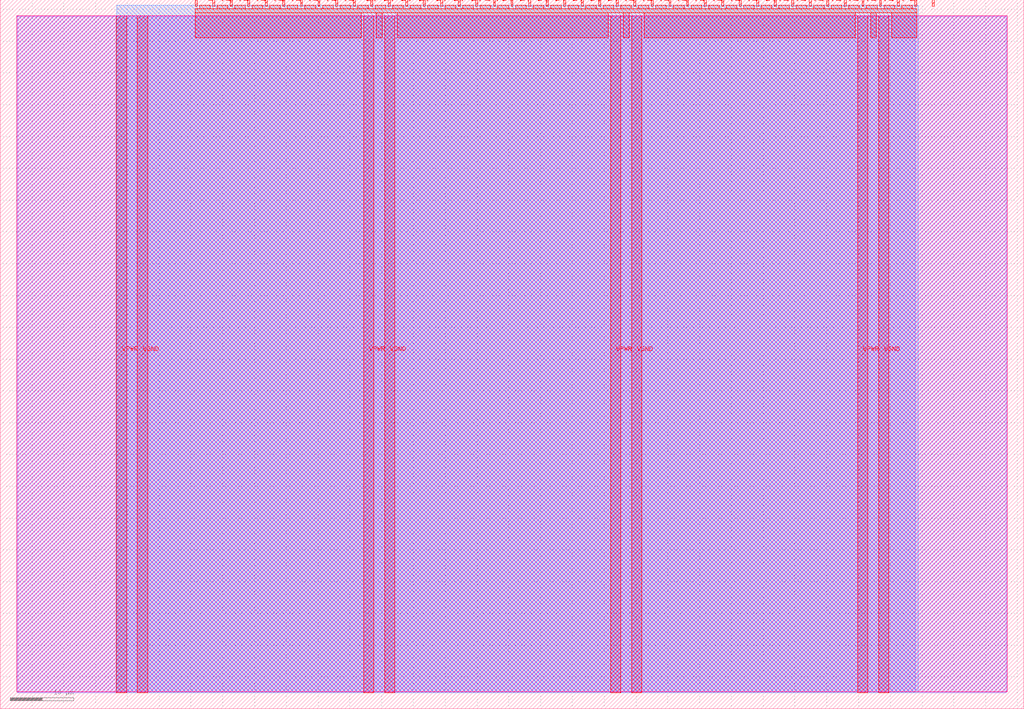
<source format=lef>
VERSION 5.7 ;
  NOWIREEXTENSIONATPIN ON ;
  DIVIDERCHAR "/" ;
  BUSBITCHARS "[]" ;
MACRO tt_um_semaforo
  CLASS BLOCK ;
  FOREIGN tt_um_semaforo ;
  ORIGIN 0.000 0.000 ;
  SIZE 161.000 BY 111.520 ;
  PIN VGND
    DIRECTION INOUT ;
    USE GROUND ;
    PORT
      LAYER met4 ;
        RECT 21.580 2.480 23.180 109.040 ;
    END
    PORT
      LAYER met4 ;
        RECT 60.450 2.480 62.050 109.040 ;
    END
    PORT
      LAYER met4 ;
        RECT 99.320 2.480 100.920 109.040 ;
    END
    PORT
      LAYER met4 ;
        RECT 138.190 2.480 139.790 109.040 ;
    END
  END VGND
  PIN VPWR
    DIRECTION INOUT ;
    USE POWER ;
    PORT
      LAYER met4 ;
        RECT 18.280 2.480 19.880 109.040 ;
    END
    PORT
      LAYER met4 ;
        RECT 57.150 2.480 58.750 109.040 ;
    END
    PORT
      LAYER met4 ;
        RECT 96.020 2.480 97.620 109.040 ;
    END
    PORT
      LAYER met4 ;
        RECT 134.890 2.480 136.490 109.040 ;
    END
  END VPWR
  PIN clk
    DIRECTION INPUT ;
    USE SIGNAL ;
    ANTENNAGATEAREA 0.852000 ;
    PORT
      LAYER met4 ;
        RECT 143.830 110.520 144.130 111.520 ;
    END
  END clk
  PIN ena
    DIRECTION INPUT ;
    USE SIGNAL ;
    PORT
      LAYER met4 ;
        RECT 146.590 110.520 146.890 111.520 ;
    END
  END ena
  PIN rst_n
    DIRECTION INPUT ;
    USE SIGNAL ;
    ANTENNAGATEAREA 0.196500 ;
    PORT
      LAYER met4 ;
        RECT 141.070 110.520 141.370 111.520 ;
    END
  END rst_n
  PIN ui_in[0]
    DIRECTION INPUT ;
    USE SIGNAL ;
    ANTENNAGATEAREA 0.196500 ;
    PORT
      LAYER met4 ;
        RECT 138.310 110.520 138.610 111.520 ;
    END
  END ui_in[0]
  PIN ui_in[1]
    DIRECTION INPUT ;
    USE SIGNAL ;
    ANTENNAGATEAREA 0.196500 ;
    PORT
      LAYER met4 ;
        RECT 135.550 110.520 135.850 111.520 ;
    END
  END ui_in[1]
  PIN ui_in[2]
    DIRECTION INPUT ;
    USE SIGNAL ;
    ANTENNAGATEAREA 0.196500 ;
    PORT
      LAYER met4 ;
        RECT 132.790 110.520 133.090 111.520 ;
    END
  END ui_in[2]
  PIN ui_in[3]
    DIRECTION INPUT ;
    USE SIGNAL ;
    ANTENNAGATEAREA 0.196500 ;
    PORT
      LAYER met4 ;
        RECT 130.030 110.520 130.330 111.520 ;
    END
  END ui_in[3]
  PIN ui_in[4]
    DIRECTION INPUT ;
    USE SIGNAL ;
    PORT
      LAYER met4 ;
        RECT 127.270 110.520 127.570 111.520 ;
    END
  END ui_in[4]
  PIN ui_in[5]
    DIRECTION INPUT ;
    USE SIGNAL ;
    PORT
      LAYER met4 ;
        RECT 124.510 110.520 124.810 111.520 ;
    END
  END ui_in[5]
  PIN ui_in[6]
    DIRECTION INPUT ;
    USE SIGNAL ;
    PORT
      LAYER met4 ;
        RECT 121.750 110.520 122.050 111.520 ;
    END
  END ui_in[6]
  PIN ui_in[7]
    DIRECTION INPUT ;
    USE SIGNAL ;
    PORT
      LAYER met4 ;
        RECT 118.990 110.520 119.290 111.520 ;
    END
  END ui_in[7]
  PIN uio_in[0]
    DIRECTION INPUT ;
    USE SIGNAL ;
    PORT
      LAYER met4 ;
        RECT 116.230 110.520 116.530 111.520 ;
    END
  END uio_in[0]
  PIN uio_in[1]
    DIRECTION INPUT ;
    USE SIGNAL ;
    PORT
      LAYER met4 ;
        RECT 113.470 110.520 113.770 111.520 ;
    END
  END uio_in[1]
  PIN uio_in[2]
    DIRECTION INPUT ;
    USE SIGNAL ;
    PORT
      LAYER met4 ;
        RECT 110.710 110.520 111.010 111.520 ;
    END
  END uio_in[2]
  PIN uio_in[3]
    DIRECTION INPUT ;
    USE SIGNAL ;
    PORT
      LAYER met4 ;
        RECT 107.950 110.520 108.250 111.520 ;
    END
  END uio_in[3]
  PIN uio_in[4]
    DIRECTION INPUT ;
    USE SIGNAL ;
    PORT
      LAYER met4 ;
        RECT 105.190 110.520 105.490 111.520 ;
    END
  END uio_in[4]
  PIN uio_in[5]
    DIRECTION INPUT ;
    USE SIGNAL ;
    PORT
      LAYER met4 ;
        RECT 102.430 110.520 102.730 111.520 ;
    END
  END uio_in[5]
  PIN uio_in[6]
    DIRECTION INPUT ;
    USE SIGNAL ;
    PORT
      LAYER met4 ;
        RECT 99.670 110.520 99.970 111.520 ;
    END
  END uio_in[6]
  PIN uio_in[7]
    DIRECTION INPUT ;
    USE SIGNAL ;
    PORT
      LAYER met4 ;
        RECT 96.910 110.520 97.210 111.520 ;
    END
  END uio_in[7]
  PIN uio_oe[0]
    DIRECTION OUTPUT ;
    USE SIGNAL ;
    PORT
      LAYER met4 ;
        RECT 49.990 110.520 50.290 111.520 ;
    END
  END uio_oe[0]
  PIN uio_oe[1]
    DIRECTION OUTPUT ;
    USE SIGNAL ;
    PORT
      LAYER met4 ;
        RECT 47.230 110.520 47.530 111.520 ;
    END
  END uio_oe[1]
  PIN uio_oe[2]
    DIRECTION OUTPUT ;
    USE SIGNAL ;
    PORT
      LAYER met4 ;
        RECT 44.470 110.520 44.770 111.520 ;
    END
  END uio_oe[2]
  PIN uio_oe[3]
    DIRECTION OUTPUT ;
    USE SIGNAL ;
    PORT
      LAYER met4 ;
        RECT 41.710 110.520 42.010 111.520 ;
    END
  END uio_oe[3]
  PIN uio_oe[4]
    DIRECTION OUTPUT ;
    USE SIGNAL ;
    PORT
      LAYER met4 ;
        RECT 38.950 110.520 39.250 111.520 ;
    END
  END uio_oe[4]
  PIN uio_oe[5]
    DIRECTION OUTPUT ;
    USE SIGNAL ;
    PORT
      LAYER met4 ;
        RECT 36.190 110.520 36.490 111.520 ;
    END
  END uio_oe[5]
  PIN uio_oe[6]
    DIRECTION OUTPUT ;
    USE SIGNAL ;
    PORT
      LAYER met4 ;
        RECT 33.430 110.520 33.730 111.520 ;
    END
  END uio_oe[6]
  PIN uio_oe[7]
    DIRECTION OUTPUT ;
    USE SIGNAL ;
    PORT
      LAYER met4 ;
        RECT 30.670 110.520 30.970 111.520 ;
    END
  END uio_oe[7]
  PIN uio_out[0]
    DIRECTION OUTPUT ;
    USE SIGNAL ;
    PORT
      LAYER met4 ;
        RECT 72.070 110.520 72.370 111.520 ;
    END
  END uio_out[0]
  PIN uio_out[1]
    DIRECTION OUTPUT ;
    USE SIGNAL ;
    PORT
      LAYER met4 ;
        RECT 69.310 110.520 69.610 111.520 ;
    END
  END uio_out[1]
  PIN uio_out[2]
    DIRECTION OUTPUT ;
    USE SIGNAL ;
    PORT
      LAYER met4 ;
        RECT 66.550 110.520 66.850 111.520 ;
    END
  END uio_out[2]
  PIN uio_out[3]
    DIRECTION OUTPUT ;
    USE SIGNAL ;
    PORT
      LAYER met4 ;
        RECT 63.790 110.520 64.090 111.520 ;
    END
  END uio_out[3]
  PIN uio_out[4]
    DIRECTION OUTPUT ;
    USE SIGNAL ;
    PORT
      LAYER met4 ;
        RECT 61.030 110.520 61.330 111.520 ;
    END
  END uio_out[4]
  PIN uio_out[5]
    DIRECTION OUTPUT ;
    USE SIGNAL ;
    PORT
      LAYER met4 ;
        RECT 58.270 110.520 58.570 111.520 ;
    END
  END uio_out[5]
  PIN uio_out[6]
    DIRECTION OUTPUT ;
    USE SIGNAL ;
    PORT
      LAYER met4 ;
        RECT 55.510 110.520 55.810 111.520 ;
    END
  END uio_out[6]
  PIN uio_out[7]
    DIRECTION OUTPUT ;
    USE SIGNAL ;
    PORT
      LAYER met4 ;
        RECT 52.750 110.520 53.050 111.520 ;
    END
  END uio_out[7]
  PIN uo_out[0]
    DIRECTION OUTPUT ;
    USE SIGNAL ;
    ANTENNADIFFAREA 1.242000 ;
    PORT
      LAYER met4 ;
        RECT 94.150 110.520 94.450 111.520 ;
    END
  END uo_out[0]
  PIN uo_out[1]
    DIRECTION OUTPUT ;
    USE SIGNAL ;
    ANTENNAGATEAREA 0.247500 ;
    ANTENNADIFFAREA 0.934000 ;
    PORT
      LAYER met4 ;
        RECT 91.390 110.520 91.690 111.520 ;
    END
  END uo_out[1]
  PIN uo_out[2]
    DIRECTION OUTPUT ;
    USE SIGNAL ;
    ANTENNADIFFAREA 0.643500 ;
    PORT
      LAYER met4 ;
        RECT 88.630 110.520 88.930 111.520 ;
    END
  END uo_out[2]
  PIN uo_out[3]
    DIRECTION OUTPUT ;
    USE SIGNAL ;
    ANTENNADIFFAREA 0.891000 ;
    PORT
      LAYER met4 ;
        RECT 85.870 110.520 86.170 111.520 ;
    END
  END uo_out[3]
  PIN uo_out[4]
    DIRECTION OUTPUT ;
    USE SIGNAL ;
    ANTENNADIFFAREA 0.445500 ;
    PORT
      LAYER met4 ;
        RECT 83.110 110.520 83.410 111.520 ;
    END
  END uo_out[4]
  PIN uo_out[5]
    DIRECTION OUTPUT ;
    USE SIGNAL ;
    ANTENNADIFFAREA 0.445500 ;
    PORT
      LAYER met4 ;
        RECT 80.350 110.520 80.650 111.520 ;
    END
  END uo_out[5]
  PIN uo_out[6]
    DIRECTION OUTPUT ;
    USE SIGNAL ;
    PORT
      LAYER met4 ;
        RECT 77.590 110.520 77.890 111.520 ;
    END
  END uo_out[6]
  PIN uo_out[7]
    DIRECTION OUTPUT ;
    USE SIGNAL ;
    PORT
      LAYER met4 ;
        RECT 74.830 110.520 75.130 111.520 ;
    END
  END uo_out[7]
  OBS
      LAYER nwell ;
        RECT 2.570 2.635 158.430 108.990 ;
      LAYER li1 ;
        RECT 2.760 2.635 158.240 108.885 ;
      LAYER met1 ;
        RECT 2.760 2.480 158.240 109.040 ;
      LAYER met2 ;
        RECT 18.310 2.535 143.890 110.685 ;
      LAYER met3 ;
        RECT 18.290 2.555 144.370 110.665 ;
      LAYER met4 ;
        RECT 31.370 110.120 33.030 110.665 ;
        RECT 34.130 110.120 35.790 110.665 ;
        RECT 36.890 110.120 38.550 110.665 ;
        RECT 39.650 110.120 41.310 110.665 ;
        RECT 42.410 110.120 44.070 110.665 ;
        RECT 45.170 110.120 46.830 110.665 ;
        RECT 47.930 110.120 49.590 110.665 ;
        RECT 50.690 110.120 52.350 110.665 ;
        RECT 53.450 110.120 55.110 110.665 ;
        RECT 56.210 110.120 57.870 110.665 ;
        RECT 58.970 110.120 60.630 110.665 ;
        RECT 61.730 110.120 63.390 110.665 ;
        RECT 64.490 110.120 66.150 110.665 ;
        RECT 67.250 110.120 68.910 110.665 ;
        RECT 70.010 110.120 71.670 110.665 ;
        RECT 72.770 110.120 74.430 110.665 ;
        RECT 75.530 110.120 77.190 110.665 ;
        RECT 78.290 110.120 79.950 110.665 ;
        RECT 81.050 110.120 82.710 110.665 ;
        RECT 83.810 110.120 85.470 110.665 ;
        RECT 86.570 110.120 88.230 110.665 ;
        RECT 89.330 110.120 90.990 110.665 ;
        RECT 92.090 110.120 93.750 110.665 ;
        RECT 94.850 110.120 96.510 110.665 ;
        RECT 97.610 110.120 99.270 110.665 ;
        RECT 100.370 110.120 102.030 110.665 ;
        RECT 103.130 110.120 104.790 110.665 ;
        RECT 105.890 110.120 107.550 110.665 ;
        RECT 108.650 110.120 110.310 110.665 ;
        RECT 111.410 110.120 113.070 110.665 ;
        RECT 114.170 110.120 115.830 110.665 ;
        RECT 116.930 110.120 118.590 110.665 ;
        RECT 119.690 110.120 121.350 110.665 ;
        RECT 122.450 110.120 124.110 110.665 ;
        RECT 125.210 110.120 126.870 110.665 ;
        RECT 127.970 110.120 129.630 110.665 ;
        RECT 130.730 110.120 132.390 110.665 ;
        RECT 133.490 110.120 135.150 110.665 ;
        RECT 136.250 110.120 137.910 110.665 ;
        RECT 139.010 110.120 140.670 110.665 ;
        RECT 141.770 110.120 143.430 110.665 ;
        RECT 30.655 109.440 144.145 110.120 ;
        RECT 30.655 105.575 56.750 109.440 ;
        RECT 59.150 105.575 60.050 109.440 ;
        RECT 62.450 105.575 95.620 109.440 ;
        RECT 98.020 105.575 98.920 109.440 ;
        RECT 101.320 105.575 134.490 109.440 ;
        RECT 136.890 105.575 137.790 109.440 ;
        RECT 140.190 105.575 144.145 109.440 ;
  END
END tt_um_semaforo
END LIBRARY


</source>
